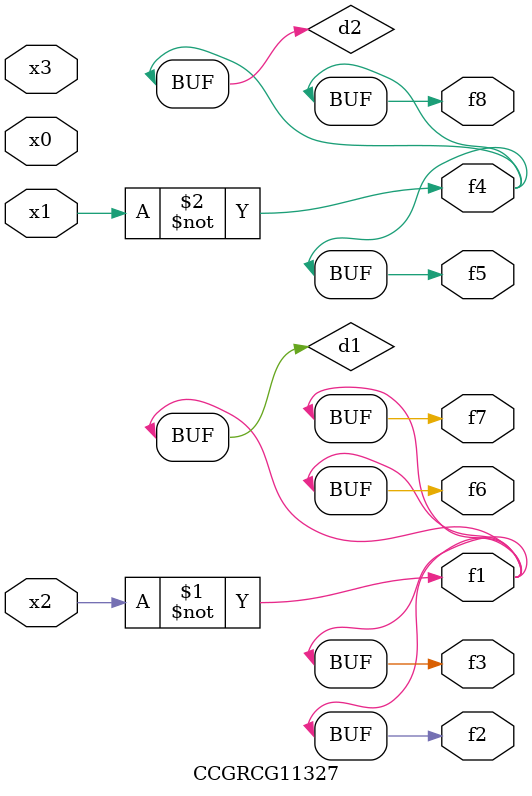
<source format=v>
module CCGRCG11327(
	input x0, x1, x2, x3,
	output f1, f2, f3, f4, f5, f6, f7, f8
);

	wire d1, d2;

	xnor (d1, x2);
	not (d2, x1);
	assign f1 = d1;
	assign f2 = d1;
	assign f3 = d1;
	assign f4 = d2;
	assign f5 = d2;
	assign f6 = d1;
	assign f7 = d1;
	assign f8 = d2;
endmodule

</source>
